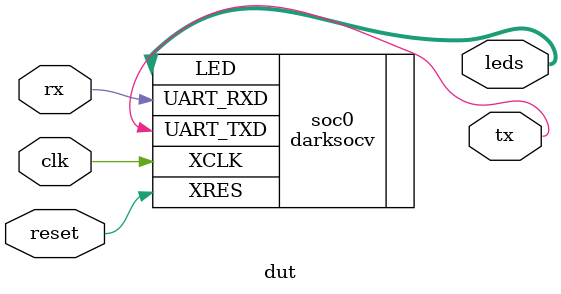
<source format=v>
`timescale 1ns / 1ps
`include "../../rtl/config.vh"

module dut (
    input rx,
    output tx,
    output [15:0] leds,
    input reset,
    input clk
);

    darksocv soc0 (
        .UART_RXD(rx),  // UART receive line
        .UART_TXD(tx),  // UART transmit line

        .LED(leds),       // on-board leds

        .XCLK(clk),      // external clock
        .XRES(reset)      // external reset
    );
endmodule

</source>
